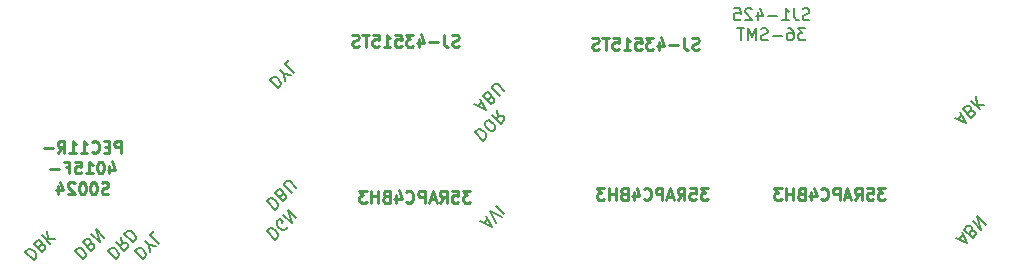
<source format=gbo>
G04 #@! TF.FileFunction,Legend,Bot*
%FSLAX46Y46*%
G04 Gerber Fmt 4.6, Leading zero omitted, Abs format (unit mm)*
G04 Created by KiCad (PCBNEW 4.0.6) date Sunday, March 03, 2019 'PMt' 03:44:16 PM*
%MOMM*%
%LPD*%
G01*
G04 APERTURE LIST*
%ADD10C,0.150000*%
%ADD11C,0.200000*%
%ADD12C,0.250000*%
G04 APERTURE END LIST*
D10*
D11*
X171892727Y-102051870D02*
X172229445Y-101715152D01*
X171623353Y-101917183D02*
X172566162Y-102388588D01*
X172094758Y-101445779D01*
X172936552Y-101344763D02*
X173003896Y-101210077D01*
X173003895Y-101142732D01*
X172970223Y-101041717D01*
X172869208Y-100940702D01*
X172768193Y-100907030D01*
X172700850Y-100907030D01*
X172599835Y-100940702D01*
X172330460Y-101210077D01*
X173037567Y-101917183D01*
X173273270Y-101681481D01*
X173306941Y-101580465D01*
X173306941Y-101513122D01*
X173273270Y-101412107D01*
X173205926Y-101344763D01*
X173104911Y-101311092D01*
X173037568Y-101311092D01*
X172936552Y-101344763D01*
X172700850Y-101580466D01*
X173037567Y-100502970D02*
X173744674Y-101210077D01*
X173441628Y-100098908D01*
X174148735Y-100806015D01*
X171782563Y-91875034D02*
X172119281Y-91538316D01*
X171513190Y-91740347D02*
X172455998Y-92211752D01*
X171984594Y-91268942D01*
X172826389Y-91167927D02*
X172893732Y-91033240D01*
X172893731Y-90965896D01*
X172860060Y-90864881D01*
X172759044Y-90763866D01*
X172658029Y-90730194D01*
X172590686Y-90730194D01*
X172489671Y-90763866D01*
X172220296Y-91033240D01*
X172927403Y-91740347D01*
X173163106Y-91504644D01*
X173196778Y-91403629D01*
X173196778Y-91336286D01*
X173163106Y-91235271D01*
X173095762Y-91167927D01*
X172994747Y-91134256D01*
X172927404Y-91134256D01*
X172826389Y-91167927D01*
X172590686Y-91403630D01*
X172927403Y-90326134D02*
X173634510Y-91033240D01*
X173331464Y-89922072D02*
X173432480Y-90629180D01*
X174038571Y-90629179D02*
X173230449Y-90629179D01*
X131632265Y-100656332D02*
X131968983Y-100319614D01*
X131362892Y-100521645D02*
X132305700Y-100993050D01*
X131834296Y-100050240D01*
X132676090Y-100622660D02*
X132204685Y-99679851D01*
X133147495Y-100151256D01*
X132676090Y-99208447D02*
X133383197Y-99915553D01*
X130906861Y-92976675D02*
X131613968Y-93683782D01*
X131782327Y-93515424D01*
X131849671Y-93380736D01*
X131849671Y-93246049D01*
X131815999Y-93145034D01*
X131714984Y-92976675D01*
X131613968Y-92875660D01*
X131445609Y-92774644D01*
X131344594Y-92740973D01*
X131209907Y-92740973D01*
X131075220Y-92808317D01*
X130906861Y-92976675D01*
X132455762Y-92841989D02*
X132590449Y-92707301D01*
X132624121Y-92606286D01*
X132624121Y-92471599D01*
X132523106Y-92303240D01*
X132287403Y-92067538D01*
X132119044Y-91966522D01*
X131984358Y-91966522D01*
X131883342Y-92000194D01*
X131748655Y-92134882D01*
X131714983Y-92235897D01*
X131714983Y-92370584D01*
X131815998Y-92538942D01*
X132051701Y-92774645D01*
X132220060Y-92875660D01*
X132354747Y-92875660D01*
X132455762Y-92841989D01*
X132758808Y-91124729D02*
X132859823Y-91697149D01*
X132354747Y-91528790D02*
X133061853Y-92235897D01*
X133331228Y-91966522D01*
X133364899Y-91865507D01*
X133364899Y-91798164D01*
X133331228Y-91697149D01*
X133230213Y-91596134D01*
X133129197Y-91562462D01*
X133061854Y-91562462D01*
X132960839Y-91596134D01*
X132691464Y-91865508D01*
X131125727Y-90748870D02*
X131462445Y-90412152D01*
X130856353Y-90614183D02*
X131799162Y-91085588D01*
X131327758Y-90142779D01*
X132169552Y-90041763D02*
X132236896Y-89907077D01*
X132236895Y-89839732D01*
X132203223Y-89738717D01*
X132102208Y-89637702D01*
X132001193Y-89604030D01*
X131933850Y-89604030D01*
X131832835Y-89637702D01*
X131563460Y-89907077D01*
X132270567Y-90614183D01*
X132506270Y-90378481D01*
X132539941Y-90277465D01*
X132539941Y-90210122D01*
X132506270Y-90109107D01*
X132438926Y-90041763D01*
X132337911Y-90008092D01*
X132270568Y-90008092D01*
X132169552Y-90041763D01*
X131933850Y-90277466D01*
X132977674Y-89907077D02*
X132405254Y-89334657D01*
X132371582Y-89233642D01*
X132371582Y-89166298D01*
X132405254Y-89065283D01*
X132539941Y-88930595D01*
X132640956Y-88896924D01*
X132708300Y-88896924D01*
X132809315Y-88930595D01*
X133381735Y-89503015D01*
X113253861Y-101358675D02*
X113960968Y-102065782D01*
X114129327Y-101897424D01*
X114196671Y-101762736D01*
X114196671Y-101628049D01*
X114162999Y-101527034D01*
X114061984Y-101358675D01*
X113960968Y-101257660D01*
X113792609Y-101156644D01*
X113691594Y-101122973D01*
X113556907Y-101122973D01*
X113422220Y-101190317D01*
X113253861Y-101358675D01*
X115004793Y-100954614D02*
X114971121Y-101055629D01*
X114870106Y-101156644D01*
X114735418Y-101223989D01*
X114600731Y-101223989D01*
X114499716Y-101190317D01*
X114331358Y-101089302D01*
X114230342Y-100988286D01*
X114129327Y-100819927D01*
X114095655Y-100718912D01*
X114095655Y-100584225D01*
X114162999Y-100449538D01*
X114230342Y-100382194D01*
X114365029Y-100314851D01*
X114432373Y-100314851D01*
X114668075Y-100550553D01*
X114533388Y-100685240D01*
X114668075Y-99944462D02*
X115375182Y-100651569D01*
X115072136Y-99540401D01*
X115779243Y-100247507D01*
X113253861Y-98818675D02*
X113960968Y-99525782D01*
X114129327Y-99357424D01*
X114196671Y-99222736D01*
X114196671Y-99088049D01*
X114162999Y-98987034D01*
X114061984Y-98818675D01*
X113960968Y-98717660D01*
X113792609Y-98616644D01*
X113691594Y-98582973D01*
X113556907Y-98582973D01*
X113422220Y-98650317D01*
X113253861Y-98818675D01*
X114567060Y-98246256D02*
X114634404Y-98111569D01*
X114634403Y-98044224D01*
X114600731Y-97943209D01*
X114499716Y-97842194D01*
X114398701Y-97808522D01*
X114331358Y-97808522D01*
X114230342Y-97842194D01*
X113960968Y-98111569D01*
X114668075Y-98818675D01*
X114903778Y-98582973D01*
X114937449Y-98481958D01*
X114937449Y-98414614D01*
X114903778Y-98313599D01*
X114836434Y-98246256D01*
X114735419Y-98212584D01*
X114668076Y-98212584D01*
X114567060Y-98246256D01*
X114331358Y-98481958D01*
X115375182Y-98111569D02*
X114802762Y-97539149D01*
X114769090Y-97438134D01*
X114769090Y-97370790D01*
X114802762Y-97269775D01*
X114937449Y-97135087D01*
X115038464Y-97101416D01*
X115105808Y-97101416D01*
X115206823Y-97135087D01*
X115779243Y-97707507D01*
X113515548Y-88523989D02*
X114222655Y-89231095D01*
X114391013Y-89062737D01*
X114458358Y-88928049D01*
X114458358Y-88793362D01*
X114424686Y-88692347D01*
X114323671Y-88523989D01*
X114222655Y-88422973D01*
X114054296Y-88321958D01*
X113953281Y-88288286D01*
X113818594Y-88288286D01*
X113683907Y-88355630D01*
X113515548Y-88523989D01*
X114694060Y-88018913D02*
X114357342Y-87682195D01*
X114828747Y-88625004D02*
X114694060Y-88018913D01*
X115300151Y-88153599D01*
X115165464Y-86874072D02*
X114828747Y-87210790D01*
X115535853Y-87917897D01*
X102085548Y-103001989D02*
X102792655Y-103709095D01*
X102961013Y-103540737D01*
X103028358Y-103406049D01*
X103028358Y-103271362D01*
X102994686Y-103170347D01*
X102893671Y-103001989D01*
X102792655Y-102900973D01*
X102624296Y-102799958D01*
X102523281Y-102766286D01*
X102388594Y-102766286D01*
X102253907Y-102833630D01*
X102085548Y-103001989D01*
X103264060Y-102496913D02*
X102927342Y-102160195D01*
X103398747Y-103103004D02*
X103264060Y-102496913D01*
X103870151Y-102631599D01*
X103735464Y-101352072D02*
X103398747Y-101688790D01*
X104105853Y-102395897D01*
X99808697Y-102992840D02*
X100515804Y-103699947D01*
X100684162Y-103531588D01*
X100751506Y-103396901D01*
X100751506Y-103262214D01*
X100717835Y-103161198D01*
X100616819Y-102992840D01*
X100515804Y-102891824D01*
X100347445Y-102790809D01*
X100246430Y-102757137D01*
X100111743Y-102757137D01*
X99977055Y-102824481D01*
X99808697Y-102992840D01*
X100919865Y-101881672D02*
X101020880Y-102454092D01*
X100515804Y-102285733D02*
X101222910Y-102992840D01*
X101492285Y-102723465D01*
X101525956Y-102622450D01*
X101525956Y-102555107D01*
X101492285Y-102454092D01*
X101391270Y-102353077D01*
X101290254Y-102319405D01*
X101222911Y-102319405D01*
X101121896Y-102353077D01*
X100852521Y-102622451D01*
X101222910Y-101578626D02*
X101930017Y-102285733D01*
X102098376Y-102117375D01*
X102165720Y-101982687D01*
X102165720Y-101848000D01*
X102132048Y-101746985D01*
X102031033Y-101578626D01*
X101930017Y-101477610D01*
X101761658Y-101376595D01*
X101660643Y-101342924D01*
X101525956Y-101342924D01*
X101391269Y-101410268D01*
X101222910Y-101578626D01*
X96997861Y-103009675D02*
X97704968Y-103716782D01*
X97873327Y-103548424D01*
X97940671Y-103413736D01*
X97940671Y-103279049D01*
X97906999Y-103178034D01*
X97805984Y-103009675D01*
X97704968Y-102908660D01*
X97536609Y-102807644D01*
X97435594Y-102773973D01*
X97300907Y-102773973D01*
X97166220Y-102841317D01*
X96997861Y-103009675D01*
X98311060Y-102437256D02*
X98378404Y-102302569D01*
X98378403Y-102235224D01*
X98344731Y-102134209D01*
X98243716Y-102033194D01*
X98142701Y-101999522D01*
X98075358Y-101999522D01*
X97974342Y-102033194D01*
X97704968Y-102302569D01*
X98412075Y-103009675D01*
X98647778Y-102773973D01*
X98681449Y-102672958D01*
X98681449Y-102605614D01*
X98647778Y-102504599D01*
X98580434Y-102437256D01*
X98479419Y-102403584D01*
X98412076Y-102403584D01*
X98311060Y-102437256D01*
X98075358Y-102672958D01*
X98412075Y-101595462D02*
X99119182Y-102302569D01*
X98816136Y-101191401D01*
X99523243Y-101898507D01*
X92823697Y-103119840D02*
X93530804Y-103826947D01*
X93699162Y-103658588D01*
X93766506Y-103523901D01*
X93766506Y-103389214D01*
X93732835Y-103288198D01*
X93631819Y-103119840D01*
X93530804Y-103018824D01*
X93362445Y-102917809D01*
X93261430Y-102884137D01*
X93126743Y-102884137D01*
X92992055Y-102951481D01*
X92823697Y-103119840D01*
X94136896Y-102547420D02*
X94204239Y-102412733D01*
X94204239Y-102345389D01*
X94170567Y-102244374D01*
X94069552Y-102143359D01*
X93968537Y-102109687D01*
X93901193Y-102109687D01*
X93800178Y-102143359D01*
X93530804Y-102412733D01*
X94237910Y-103119840D01*
X94473613Y-102884137D01*
X94507285Y-102783122D01*
X94507285Y-102715779D01*
X94473613Y-102614763D01*
X94406270Y-102547420D01*
X94305254Y-102513748D01*
X94237911Y-102513748D01*
X94136896Y-102547420D01*
X93901193Y-102783123D01*
X94237910Y-101705626D02*
X94945017Y-102412733D01*
X94641972Y-101301565D02*
X94742987Y-102008673D01*
X95349078Y-102008672D02*
X94540956Y-102008672D01*
D12*
X100947594Y-94711801D02*
X100947594Y-93711801D01*
X100566641Y-93711801D01*
X100471403Y-93759420D01*
X100423784Y-93807039D01*
X100376165Y-93902277D01*
X100376165Y-94045134D01*
X100423784Y-94140372D01*
X100471403Y-94187991D01*
X100566641Y-94235610D01*
X100947594Y-94235610D01*
X99947594Y-94187991D02*
X99614260Y-94187991D01*
X99471403Y-94711801D02*
X99947594Y-94711801D01*
X99947594Y-93711801D01*
X99471403Y-93711801D01*
X98471403Y-94616563D02*
X98519022Y-94664182D01*
X98661879Y-94711801D01*
X98757117Y-94711801D01*
X98899975Y-94664182D01*
X98995213Y-94568944D01*
X99042832Y-94473706D01*
X99090451Y-94283230D01*
X99090451Y-94140372D01*
X99042832Y-93949896D01*
X98995213Y-93854658D01*
X98899975Y-93759420D01*
X98757117Y-93711801D01*
X98661879Y-93711801D01*
X98519022Y-93759420D01*
X98471403Y-93807039D01*
X97519022Y-94711801D02*
X98090451Y-94711801D01*
X97804737Y-94711801D02*
X97804737Y-93711801D01*
X97899975Y-93854658D01*
X97995213Y-93949896D01*
X98090451Y-93997515D01*
X96566641Y-94711801D02*
X97138070Y-94711801D01*
X96852356Y-94711801D02*
X96852356Y-93711801D01*
X96947594Y-93854658D01*
X97042832Y-93949896D01*
X97138070Y-93997515D01*
X95566641Y-94711801D02*
X95899975Y-94235610D01*
X96138070Y-94711801D02*
X96138070Y-93711801D01*
X95757117Y-93711801D01*
X95661879Y-93759420D01*
X95614260Y-93807039D01*
X95566641Y-93902277D01*
X95566641Y-94045134D01*
X95614260Y-94140372D01*
X95661879Y-94187991D01*
X95757117Y-94235610D01*
X96138070Y-94235610D01*
X95138070Y-94330849D02*
X94376165Y-94330849D01*
X99947594Y-95795134D02*
X99947594Y-96461801D01*
X100185690Y-95414182D02*
X100423785Y-96128468D01*
X99804737Y-96128468D01*
X99233309Y-95461801D02*
X99138070Y-95461801D01*
X99042832Y-95509420D01*
X98995213Y-95557039D01*
X98947594Y-95652277D01*
X98899975Y-95842753D01*
X98899975Y-96080849D01*
X98947594Y-96271325D01*
X98995213Y-96366563D01*
X99042832Y-96414182D01*
X99138070Y-96461801D01*
X99233309Y-96461801D01*
X99328547Y-96414182D01*
X99376166Y-96366563D01*
X99423785Y-96271325D01*
X99471404Y-96080849D01*
X99471404Y-95842753D01*
X99423785Y-95652277D01*
X99376166Y-95557039D01*
X99328547Y-95509420D01*
X99233309Y-95461801D01*
X97947594Y-96461801D02*
X98519023Y-96461801D01*
X98233309Y-96461801D02*
X98233309Y-95461801D01*
X98328547Y-95604658D01*
X98423785Y-95699896D01*
X98519023Y-95747515D01*
X97042832Y-95461801D02*
X97519023Y-95461801D01*
X97566642Y-95937991D01*
X97519023Y-95890372D01*
X97423785Y-95842753D01*
X97185689Y-95842753D01*
X97090451Y-95890372D01*
X97042832Y-95937991D01*
X96995213Y-96033230D01*
X96995213Y-96271325D01*
X97042832Y-96366563D01*
X97090451Y-96414182D01*
X97185689Y-96461801D01*
X97423785Y-96461801D01*
X97519023Y-96414182D01*
X97566642Y-96366563D01*
X96233308Y-95937991D02*
X96566642Y-95937991D01*
X96566642Y-96461801D02*
X96566642Y-95461801D01*
X96090451Y-95461801D01*
X95709499Y-96080849D02*
X94947594Y-96080849D01*
X99852356Y-98164182D02*
X99709499Y-98211801D01*
X99471403Y-98211801D01*
X99376165Y-98164182D01*
X99328546Y-98116563D01*
X99280927Y-98021325D01*
X99280927Y-97926087D01*
X99328546Y-97830849D01*
X99376165Y-97783230D01*
X99471403Y-97735610D01*
X99661880Y-97687991D01*
X99757118Y-97640372D01*
X99804737Y-97592753D01*
X99852356Y-97497515D01*
X99852356Y-97402277D01*
X99804737Y-97307039D01*
X99757118Y-97259420D01*
X99661880Y-97211801D01*
X99423784Y-97211801D01*
X99280927Y-97259420D01*
X98661880Y-97211801D02*
X98566641Y-97211801D01*
X98471403Y-97259420D01*
X98423784Y-97307039D01*
X98376165Y-97402277D01*
X98328546Y-97592753D01*
X98328546Y-97830849D01*
X98376165Y-98021325D01*
X98423784Y-98116563D01*
X98471403Y-98164182D01*
X98566641Y-98211801D01*
X98661880Y-98211801D01*
X98757118Y-98164182D01*
X98804737Y-98116563D01*
X98852356Y-98021325D01*
X98899975Y-97830849D01*
X98899975Y-97592753D01*
X98852356Y-97402277D01*
X98804737Y-97307039D01*
X98757118Y-97259420D01*
X98661880Y-97211801D01*
X97709499Y-97211801D02*
X97614260Y-97211801D01*
X97519022Y-97259420D01*
X97471403Y-97307039D01*
X97423784Y-97402277D01*
X97376165Y-97592753D01*
X97376165Y-97830849D01*
X97423784Y-98021325D01*
X97471403Y-98116563D01*
X97519022Y-98164182D01*
X97614260Y-98211801D01*
X97709499Y-98211801D01*
X97804737Y-98164182D01*
X97852356Y-98116563D01*
X97899975Y-98021325D01*
X97947594Y-97830849D01*
X97947594Y-97592753D01*
X97899975Y-97402277D01*
X97852356Y-97307039D01*
X97804737Y-97259420D01*
X97709499Y-97211801D01*
X96995213Y-97307039D02*
X96947594Y-97259420D01*
X96852356Y-97211801D01*
X96614260Y-97211801D01*
X96519022Y-97259420D01*
X96471403Y-97307039D01*
X96423784Y-97402277D01*
X96423784Y-97497515D01*
X96471403Y-97640372D01*
X97042832Y-98211801D01*
X96423784Y-98211801D01*
X95566641Y-97545134D02*
X95566641Y-98211801D01*
X95804737Y-97164182D02*
X96042832Y-97878468D01*
X95423784Y-97878468D01*
D11*
X159202356Y-83433182D02*
X159059499Y-83480801D01*
X158821403Y-83480801D01*
X158726165Y-83433182D01*
X158678546Y-83385563D01*
X158630927Y-83290325D01*
X158630927Y-83195087D01*
X158678546Y-83099849D01*
X158726165Y-83052230D01*
X158821403Y-83004610D01*
X159011880Y-82956991D01*
X159107118Y-82909372D01*
X159154737Y-82861753D01*
X159202356Y-82766515D01*
X159202356Y-82671277D01*
X159154737Y-82576039D01*
X159107118Y-82528420D01*
X159011880Y-82480801D01*
X158773784Y-82480801D01*
X158630927Y-82528420D01*
X157916641Y-82480801D02*
X157916641Y-83195087D01*
X157964261Y-83337944D01*
X158059499Y-83433182D01*
X158202356Y-83480801D01*
X158297594Y-83480801D01*
X156916641Y-83480801D02*
X157488070Y-83480801D01*
X157202356Y-83480801D02*
X157202356Y-82480801D01*
X157297594Y-82623658D01*
X157392832Y-82718896D01*
X157488070Y-82766515D01*
X156488070Y-83099849D02*
X155726165Y-83099849D01*
X154821403Y-82814134D02*
X154821403Y-83480801D01*
X155059499Y-82433182D02*
X155297594Y-83147468D01*
X154678546Y-83147468D01*
X154345213Y-82576039D02*
X154297594Y-82528420D01*
X154202356Y-82480801D01*
X153964260Y-82480801D01*
X153869022Y-82528420D01*
X153821403Y-82576039D01*
X153773784Y-82671277D01*
X153773784Y-82766515D01*
X153821403Y-82909372D01*
X154392832Y-83480801D01*
X153773784Y-83480801D01*
X152869022Y-82480801D02*
X153345213Y-82480801D01*
X153392832Y-82956991D01*
X153345213Y-82909372D01*
X153249975Y-82861753D01*
X153011879Y-82861753D01*
X152916641Y-82909372D01*
X152869022Y-82956991D01*
X152821403Y-83052230D01*
X152821403Y-83290325D01*
X152869022Y-83385563D01*
X152916641Y-83433182D01*
X153011879Y-83480801D01*
X153249975Y-83480801D01*
X153345213Y-83433182D01*
X153392832Y-83385563D01*
X158869023Y-84180801D02*
X158249975Y-84180801D01*
X158583309Y-84561753D01*
X158440451Y-84561753D01*
X158345213Y-84609372D01*
X158297594Y-84656991D01*
X158249975Y-84752230D01*
X158249975Y-84990325D01*
X158297594Y-85085563D01*
X158345213Y-85133182D01*
X158440451Y-85180801D01*
X158726166Y-85180801D01*
X158821404Y-85133182D01*
X158869023Y-85085563D01*
X157392832Y-84180801D02*
X157583309Y-84180801D01*
X157678547Y-84228420D01*
X157726166Y-84276039D01*
X157821404Y-84418896D01*
X157869023Y-84609372D01*
X157869023Y-84990325D01*
X157821404Y-85085563D01*
X157773785Y-85133182D01*
X157678547Y-85180801D01*
X157488070Y-85180801D01*
X157392832Y-85133182D01*
X157345213Y-85085563D01*
X157297594Y-84990325D01*
X157297594Y-84752230D01*
X157345213Y-84656991D01*
X157392832Y-84609372D01*
X157488070Y-84561753D01*
X157678547Y-84561753D01*
X157773785Y-84609372D01*
X157821404Y-84656991D01*
X157869023Y-84752230D01*
X156869023Y-84799849D02*
X156107118Y-84799849D01*
X155678547Y-85133182D02*
X155535690Y-85180801D01*
X155297594Y-85180801D01*
X155202356Y-85133182D01*
X155154737Y-85085563D01*
X155107118Y-84990325D01*
X155107118Y-84895087D01*
X155154737Y-84799849D01*
X155202356Y-84752230D01*
X155297594Y-84704610D01*
X155488071Y-84656991D01*
X155583309Y-84609372D01*
X155630928Y-84561753D01*
X155678547Y-84466515D01*
X155678547Y-84371277D01*
X155630928Y-84276039D01*
X155583309Y-84228420D01*
X155488071Y-84180801D01*
X155249975Y-84180801D01*
X155107118Y-84228420D01*
X154678547Y-85180801D02*
X154678547Y-84180801D01*
X154345213Y-84895087D01*
X154011880Y-84180801D01*
X154011880Y-85180801D01*
X153678547Y-84180801D02*
X153107118Y-84180801D01*
X153392833Y-85180801D02*
X153392833Y-84180801D01*
D12*
X129547690Y-85680182D02*
X129404833Y-85727801D01*
X129166737Y-85727801D01*
X129071499Y-85680182D01*
X129023880Y-85632563D01*
X128976261Y-85537325D01*
X128976261Y-85442087D01*
X129023880Y-85346849D01*
X129071499Y-85299230D01*
X129166737Y-85251610D01*
X129357214Y-85203991D01*
X129452452Y-85156372D01*
X129500071Y-85108753D01*
X129547690Y-85013515D01*
X129547690Y-84918277D01*
X129500071Y-84823039D01*
X129452452Y-84775420D01*
X129357214Y-84727801D01*
X129119118Y-84727801D01*
X128976261Y-84775420D01*
X128261975Y-84727801D02*
X128261975Y-85442087D01*
X128309595Y-85584944D01*
X128404833Y-85680182D01*
X128547690Y-85727801D01*
X128642928Y-85727801D01*
X127785785Y-85346849D02*
X127023880Y-85346849D01*
X126119118Y-85061134D02*
X126119118Y-85727801D01*
X126357214Y-84680182D02*
X126595309Y-85394468D01*
X125976261Y-85394468D01*
X125690547Y-84727801D02*
X125071499Y-84727801D01*
X125404833Y-85108753D01*
X125261975Y-85108753D01*
X125166737Y-85156372D01*
X125119118Y-85203991D01*
X125071499Y-85299230D01*
X125071499Y-85537325D01*
X125119118Y-85632563D01*
X125166737Y-85680182D01*
X125261975Y-85727801D01*
X125547690Y-85727801D01*
X125642928Y-85680182D01*
X125690547Y-85632563D01*
X124166737Y-84727801D02*
X124642928Y-84727801D01*
X124690547Y-85203991D01*
X124642928Y-85156372D01*
X124547690Y-85108753D01*
X124309594Y-85108753D01*
X124214356Y-85156372D01*
X124166737Y-85203991D01*
X124119118Y-85299230D01*
X124119118Y-85537325D01*
X124166737Y-85632563D01*
X124214356Y-85680182D01*
X124309594Y-85727801D01*
X124547690Y-85727801D01*
X124642928Y-85680182D01*
X124690547Y-85632563D01*
X123166737Y-85727801D02*
X123738166Y-85727801D01*
X123452452Y-85727801D02*
X123452452Y-84727801D01*
X123547690Y-84870658D01*
X123642928Y-84965896D01*
X123738166Y-85013515D01*
X122261975Y-84727801D02*
X122738166Y-84727801D01*
X122785785Y-85203991D01*
X122738166Y-85156372D01*
X122642928Y-85108753D01*
X122404832Y-85108753D01*
X122309594Y-85156372D01*
X122261975Y-85203991D01*
X122214356Y-85299230D01*
X122214356Y-85537325D01*
X122261975Y-85632563D01*
X122309594Y-85680182D01*
X122404832Y-85727801D01*
X122642928Y-85727801D01*
X122738166Y-85680182D01*
X122785785Y-85632563D01*
X121928642Y-84727801D02*
X121357213Y-84727801D01*
X121642928Y-85727801D02*
X121642928Y-84727801D01*
X121071499Y-85680182D02*
X120928642Y-85727801D01*
X120690546Y-85727801D01*
X120595308Y-85680182D01*
X120547689Y-85632563D01*
X120500070Y-85537325D01*
X120500070Y-85442087D01*
X120547689Y-85346849D01*
X120595308Y-85299230D01*
X120690546Y-85251610D01*
X120881023Y-85203991D01*
X120976261Y-85156372D01*
X121023880Y-85108753D01*
X121071499Y-85013515D01*
X121071499Y-84918277D01*
X121023880Y-84823039D01*
X120976261Y-84775420D01*
X120881023Y-84727801D01*
X120642927Y-84727801D01*
X120500070Y-84775420D01*
X149867690Y-85934182D02*
X149724833Y-85981801D01*
X149486737Y-85981801D01*
X149391499Y-85934182D01*
X149343880Y-85886563D01*
X149296261Y-85791325D01*
X149296261Y-85696087D01*
X149343880Y-85600849D01*
X149391499Y-85553230D01*
X149486737Y-85505610D01*
X149677214Y-85457991D01*
X149772452Y-85410372D01*
X149820071Y-85362753D01*
X149867690Y-85267515D01*
X149867690Y-85172277D01*
X149820071Y-85077039D01*
X149772452Y-85029420D01*
X149677214Y-84981801D01*
X149439118Y-84981801D01*
X149296261Y-85029420D01*
X148581975Y-84981801D02*
X148581975Y-85696087D01*
X148629595Y-85838944D01*
X148724833Y-85934182D01*
X148867690Y-85981801D01*
X148962928Y-85981801D01*
X148105785Y-85600849D02*
X147343880Y-85600849D01*
X146439118Y-85315134D02*
X146439118Y-85981801D01*
X146677214Y-84934182D02*
X146915309Y-85648468D01*
X146296261Y-85648468D01*
X146010547Y-84981801D02*
X145391499Y-84981801D01*
X145724833Y-85362753D01*
X145581975Y-85362753D01*
X145486737Y-85410372D01*
X145439118Y-85457991D01*
X145391499Y-85553230D01*
X145391499Y-85791325D01*
X145439118Y-85886563D01*
X145486737Y-85934182D01*
X145581975Y-85981801D01*
X145867690Y-85981801D01*
X145962928Y-85934182D01*
X146010547Y-85886563D01*
X144486737Y-84981801D02*
X144962928Y-84981801D01*
X145010547Y-85457991D01*
X144962928Y-85410372D01*
X144867690Y-85362753D01*
X144629594Y-85362753D01*
X144534356Y-85410372D01*
X144486737Y-85457991D01*
X144439118Y-85553230D01*
X144439118Y-85791325D01*
X144486737Y-85886563D01*
X144534356Y-85934182D01*
X144629594Y-85981801D01*
X144867690Y-85981801D01*
X144962928Y-85934182D01*
X145010547Y-85886563D01*
X143486737Y-85981801D02*
X144058166Y-85981801D01*
X143772452Y-85981801D02*
X143772452Y-84981801D01*
X143867690Y-85124658D01*
X143962928Y-85219896D01*
X144058166Y-85267515D01*
X142581975Y-84981801D02*
X143058166Y-84981801D01*
X143105785Y-85457991D01*
X143058166Y-85410372D01*
X142962928Y-85362753D01*
X142724832Y-85362753D01*
X142629594Y-85410372D01*
X142581975Y-85457991D01*
X142534356Y-85553230D01*
X142534356Y-85791325D01*
X142581975Y-85886563D01*
X142629594Y-85934182D01*
X142724832Y-85981801D01*
X142962928Y-85981801D01*
X143058166Y-85934182D01*
X143105785Y-85886563D01*
X142248642Y-84981801D02*
X141677213Y-84981801D01*
X141962928Y-85981801D02*
X141962928Y-84981801D01*
X141391499Y-85934182D02*
X141248642Y-85981801D01*
X141010546Y-85981801D01*
X140915308Y-85934182D01*
X140867689Y-85886563D01*
X140820070Y-85791325D01*
X140820070Y-85696087D01*
X140867689Y-85600849D01*
X140915308Y-85553230D01*
X141010546Y-85505610D01*
X141201023Y-85457991D01*
X141296261Y-85410372D01*
X141343880Y-85362753D01*
X141391499Y-85267515D01*
X141391499Y-85172277D01*
X141343880Y-85077039D01*
X141296261Y-85029420D01*
X141201023Y-84981801D01*
X140962927Y-84981801D01*
X140820070Y-85029420D01*
X130500166Y-97935801D02*
X129881118Y-97935801D01*
X130214452Y-98316753D01*
X130071594Y-98316753D01*
X129976356Y-98364372D01*
X129928737Y-98411991D01*
X129881118Y-98507230D01*
X129881118Y-98745325D01*
X129928737Y-98840563D01*
X129976356Y-98888182D01*
X130071594Y-98935801D01*
X130357309Y-98935801D01*
X130452547Y-98888182D01*
X130500166Y-98840563D01*
X128976356Y-97935801D02*
X129452547Y-97935801D01*
X129500166Y-98411991D01*
X129452547Y-98364372D01*
X129357309Y-98316753D01*
X129119213Y-98316753D01*
X129023975Y-98364372D01*
X128976356Y-98411991D01*
X128928737Y-98507230D01*
X128928737Y-98745325D01*
X128976356Y-98840563D01*
X129023975Y-98888182D01*
X129119213Y-98935801D01*
X129357309Y-98935801D01*
X129452547Y-98888182D01*
X129500166Y-98840563D01*
X127928737Y-98935801D02*
X128262071Y-98459610D01*
X128500166Y-98935801D02*
X128500166Y-97935801D01*
X128119213Y-97935801D01*
X128023975Y-97983420D01*
X127976356Y-98031039D01*
X127928737Y-98126277D01*
X127928737Y-98269134D01*
X127976356Y-98364372D01*
X128023975Y-98411991D01*
X128119213Y-98459610D01*
X128500166Y-98459610D01*
X127547785Y-98650087D02*
X127071594Y-98650087D01*
X127643023Y-98935801D02*
X127309690Y-97935801D01*
X126976356Y-98935801D01*
X126643023Y-98935801D02*
X126643023Y-97935801D01*
X126262070Y-97935801D01*
X126166832Y-97983420D01*
X126119213Y-98031039D01*
X126071594Y-98126277D01*
X126071594Y-98269134D01*
X126119213Y-98364372D01*
X126166832Y-98411991D01*
X126262070Y-98459610D01*
X126643023Y-98459610D01*
X125071594Y-98840563D02*
X125119213Y-98888182D01*
X125262070Y-98935801D01*
X125357308Y-98935801D01*
X125500166Y-98888182D01*
X125595404Y-98792944D01*
X125643023Y-98697706D01*
X125690642Y-98507230D01*
X125690642Y-98364372D01*
X125643023Y-98173896D01*
X125595404Y-98078658D01*
X125500166Y-97983420D01*
X125357308Y-97935801D01*
X125262070Y-97935801D01*
X125119213Y-97983420D01*
X125071594Y-98031039D01*
X124214451Y-98269134D02*
X124214451Y-98935801D01*
X124452547Y-97888182D02*
X124690642Y-98602468D01*
X124071594Y-98602468D01*
X123357308Y-98411991D02*
X123214451Y-98459610D01*
X123166832Y-98507230D01*
X123119213Y-98602468D01*
X123119213Y-98745325D01*
X123166832Y-98840563D01*
X123214451Y-98888182D01*
X123309689Y-98935801D01*
X123690642Y-98935801D01*
X123690642Y-97935801D01*
X123357308Y-97935801D01*
X123262070Y-97983420D01*
X123214451Y-98031039D01*
X123166832Y-98126277D01*
X123166832Y-98221515D01*
X123214451Y-98316753D01*
X123262070Y-98364372D01*
X123357308Y-98411991D01*
X123690642Y-98411991D01*
X122690642Y-98935801D02*
X122690642Y-97935801D01*
X122690642Y-98411991D02*
X122119213Y-98411991D01*
X122119213Y-98935801D02*
X122119213Y-97935801D01*
X121738261Y-97935801D02*
X121119213Y-97935801D01*
X121452547Y-98316753D01*
X121309689Y-98316753D01*
X121214451Y-98364372D01*
X121166832Y-98411991D01*
X121119213Y-98507230D01*
X121119213Y-98745325D01*
X121166832Y-98840563D01*
X121214451Y-98888182D01*
X121309689Y-98935801D01*
X121595404Y-98935801D01*
X121690642Y-98888182D01*
X121738261Y-98840563D01*
X150626166Y-97711801D02*
X150007118Y-97711801D01*
X150340452Y-98092753D01*
X150197594Y-98092753D01*
X150102356Y-98140372D01*
X150054737Y-98187991D01*
X150007118Y-98283230D01*
X150007118Y-98521325D01*
X150054737Y-98616563D01*
X150102356Y-98664182D01*
X150197594Y-98711801D01*
X150483309Y-98711801D01*
X150578547Y-98664182D01*
X150626166Y-98616563D01*
X149102356Y-97711801D02*
X149578547Y-97711801D01*
X149626166Y-98187991D01*
X149578547Y-98140372D01*
X149483309Y-98092753D01*
X149245213Y-98092753D01*
X149149975Y-98140372D01*
X149102356Y-98187991D01*
X149054737Y-98283230D01*
X149054737Y-98521325D01*
X149102356Y-98616563D01*
X149149975Y-98664182D01*
X149245213Y-98711801D01*
X149483309Y-98711801D01*
X149578547Y-98664182D01*
X149626166Y-98616563D01*
X148054737Y-98711801D02*
X148388071Y-98235610D01*
X148626166Y-98711801D02*
X148626166Y-97711801D01*
X148245213Y-97711801D01*
X148149975Y-97759420D01*
X148102356Y-97807039D01*
X148054737Y-97902277D01*
X148054737Y-98045134D01*
X148102356Y-98140372D01*
X148149975Y-98187991D01*
X148245213Y-98235610D01*
X148626166Y-98235610D01*
X147673785Y-98426087D02*
X147197594Y-98426087D01*
X147769023Y-98711801D02*
X147435690Y-97711801D01*
X147102356Y-98711801D01*
X146769023Y-98711801D02*
X146769023Y-97711801D01*
X146388070Y-97711801D01*
X146292832Y-97759420D01*
X146245213Y-97807039D01*
X146197594Y-97902277D01*
X146197594Y-98045134D01*
X146245213Y-98140372D01*
X146292832Y-98187991D01*
X146388070Y-98235610D01*
X146769023Y-98235610D01*
X145197594Y-98616563D02*
X145245213Y-98664182D01*
X145388070Y-98711801D01*
X145483308Y-98711801D01*
X145626166Y-98664182D01*
X145721404Y-98568944D01*
X145769023Y-98473706D01*
X145816642Y-98283230D01*
X145816642Y-98140372D01*
X145769023Y-97949896D01*
X145721404Y-97854658D01*
X145626166Y-97759420D01*
X145483308Y-97711801D01*
X145388070Y-97711801D01*
X145245213Y-97759420D01*
X145197594Y-97807039D01*
X144340451Y-98045134D02*
X144340451Y-98711801D01*
X144578547Y-97664182D02*
X144816642Y-98378468D01*
X144197594Y-98378468D01*
X143483308Y-98187991D02*
X143340451Y-98235610D01*
X143292832Y-98283230D01*
X143245213Y-98378468D01*
X143245213Y-98521325D01*
X143292832Y-98616563D01*
X143340451Y-98664182D01*
X143435689Y-98711801D01*
X143816642Y-98711801D01*
X143816642Y-97711801D01*
X143483308Y-97711801D01*
X143388070Y-97759420D01*
X143340451Y-97807039D01*
X143292832Y-97902277D01*
X143292832Y-97997515D01*
X143340451Y-98092753D01*
X143388070Y-98140372D01*
X143483308Y-98187991D01*
X143816642Y-98187991D01*
X142816642Y-98711801D02*
X142816642Y-97711801D01*
X142816642Y-98187991D02*
X142245213Y-98187991D01*
X142245213Y-98711801D02*
X142245213Y-97711801D01*
X141864261Y-97711801D02*
X141245213Y-97711801D01*
X141578547Y-98092753D01*
X141435689Y-98092753D01*
X141340451Y-98140372D01*
X141292832Y-98187991D01*
X141245213Y-98283230D01*
X141245213Y-98521325D01*
X141292832Y-98616563D01*
X141340451Y-98664182D01*
X141435689Y-98711801D01*
X141721404Y-98711801D01*
X141816642Y-98664182D01*
X141864261Y-98616563D01*
X165626166Y-97711801D02*
X165007118Y-97711801D01*
X165340452Y-98092753D01*
X165197594Y-98092753D01*
X165102356Y-98140372D01*
X165054737Y-98187991D01*
X165007118Y-98283230D01*
X165007118Y-98521325D01*
X165054737Y-98616563D01*
X165102356Y-98664182D01*
X165197594Y-98711801D01*
X165483309Y-98711801D01*
X165578547Y-98664182D01*
X165626166Y-98616563D01*
X164102356Y-97711801D02*
X164578547Y-97711801D01*
X164626166Y-98187991D01*
X164578547Y-98140372D01*
X164483309Y-98092753D01*
X164245213Y-98092753D01*
X164149975Y-98140372D01*
X164102356Y-98187991D01*
X164054737Y-98283230D01*
X164054737Y-98521325D01*
X164102356Y-98616563D01*
X164149975Y-98664182D01*
X164245213Y-98711801D01*
X164483309Y-98711801D01*
X164578547Y-98664182D01*
X164626166Y-98616563D01*
X163054737Y-98711801D02*
X163388071Y-98235610D01*
X163626166Y-98711801D02*
X163626166Y-97711801D01*
X163245213Y-97711801D01*
X163149975Y-97759420D01*
X163102356Y-97807039D01*
X163054737Y-97902277D01*
X163054737Y-98045134D01*
X163102356Y-98140372D01*
X163149975Y-98187991D01*
X163245213Y-98235610D01*
X163626166Y-98235610D01*
X162673785Y-98426087D02*
X162197594Y-98426087D01*
X162769023Y-98711801D02*
X162435690Y-97711801D01*
X162102356Y-98711801D01*
X161769023Y-98711801D02*
X161769023Y-97711801D01*
X161388070Y-97711801D01*
X161292832Y-97759420D01*
X161245213Y-97807039D01*
X161197594Y-97902277D01*
X161197594Y-98045134D01*
X161245213Y-98140372D01*
X161292832Y-98187991D01*
X161388070Y-98235610D01*
X161769023Y-98235610D01*
X160197594Y-98616563D02*
X160245213Y-98664182D01*
X160388070Y-98711801D01*
X160483308Y-98711801D01*
X160626166Y-98664182D01*
X160721404Y-98568944D01*
X160769023Y-98473706D01*
X160816642Y-98283230D01*
X160816642Y-98140372D01*
X160769023Y-97949896D01*
X160721404Y-97854658D01*
X160626166Y-97759420D01*
X160483308Y-97711801D01*
X160388070Y-97711801D01*
X160245213Y-97759420D01*
X160197594Y-97807039D01*
X159340451Y-98045134D02*
X159340451Y-98711801D01*
X159578547Y-97664182D02*
X159816642Y-98378468D01*
X159197594Y-98378468D01*
X158483308Y-98187991D02*
X158340451Y-98235610D01*
X158292832Y-98283230D01*
X158245213Y-98378468D01*
X158245213Y-98521325D01*
X158292832Y-98616563D01*
X158340451Y-98664182D01*
X158435689Y-98711801D01*
X158816642Y-98711801D01*
X158816642Y-97711801D01*
X158483308Y-97711801D01*
X158388070Y-97759420D01*
X158340451Y-97807039D01*
X158292832Y-97902277D01*
X158292832Y-97997515D01*
X158340451Y-98092753D01*
X158388070Y-98140372D01*
X158483308Y-98187991D01*
X158816642Y-98187991D01*
X157816642Y-98711801D02*
X157816642Y-97711801D01*
X157816642Y-98187991D02*
X157245213Y-98187991D01*
X157245213Y-98711801D02*
X157245213Y-97711801D01*
X156864261Y-97711801D02*
X156245213Y-97711801D01*
X156578547Y-98092753D01*
X156435689Y-98092753D01*
X156340451Y-98140372D01*
X156292832Y-98187991D01*
X156245213Y-98283230D01*
X156245213Y-98521325D01*
X156292832Y-98616563D01*
X156340451Y-98664182D01*
X156435689Y-98711801D01*
X156721404Y-98711801D01*
X156816642Y-98664182D01*
X156864261Y-98616563D01*
M02*

</source>
